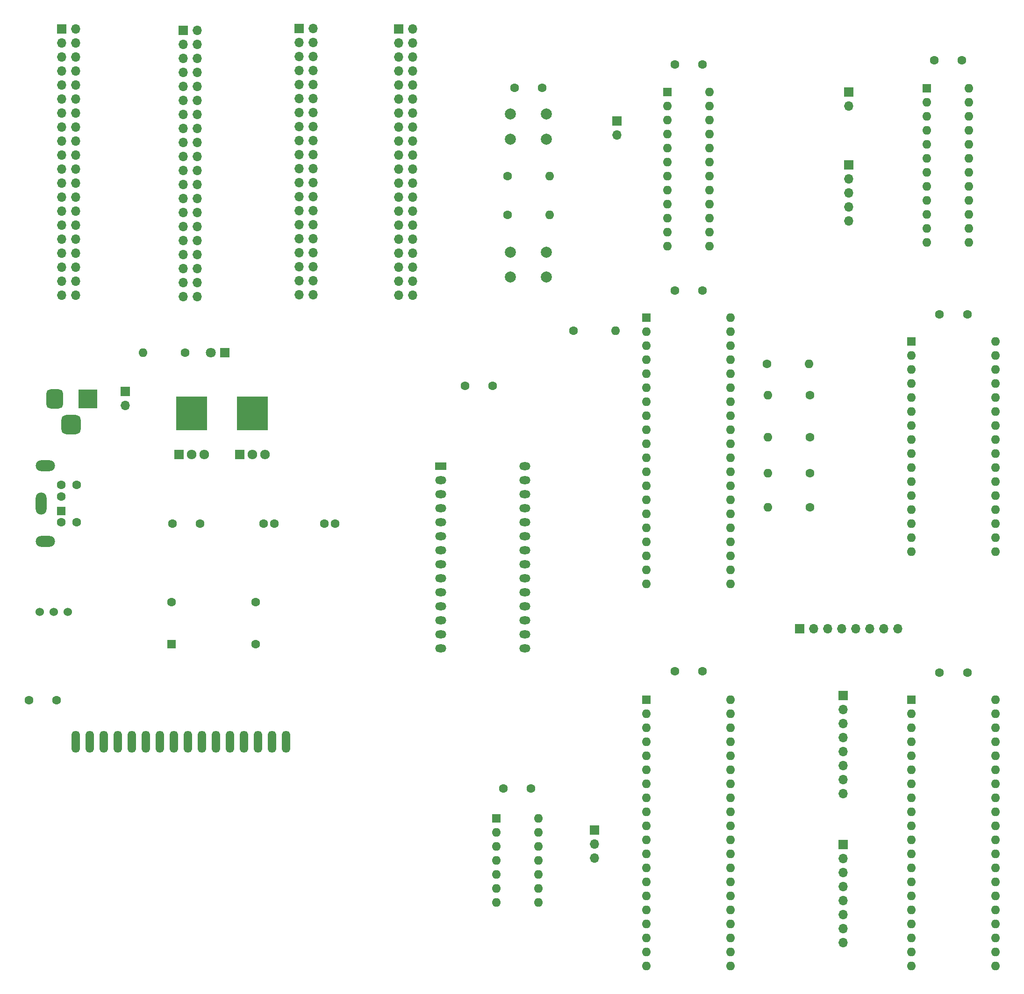
<source format=gbr>
%TF.GenerationSoftware,KiCad,Pcbnew,(6.0.7)*%
%TF.CreationDate,2022-08-21T18:56:40-05:00*%
%TF.ProjectId,6502,36353032-2e6b-4696-9361-645f70636258,rev?*%
%TF.SameCoordinates,Original*%
%TF.FileFunction,Soldermask,Top*%
%TF.FilePolarity,Negative*%
%FSLAX46Y46*%
G04 Gerber Fmt 4.6, Leading zero omitted, Abs format (unit mm)*
G04 Created by KiCad (PCBNEW (6.0.7)) date 2022-08-21 18:56:40*
%MOMM*%
%LPD*%
G01*
G04 APERTURE LIST*
G04 Aperture macros list*
%AMRoundRect*
0 Rectangle with rounded corners*
0 $1 Rounding radius*
0 $2 $3 $4 $5 $6 $7 $8 $9 X,Y pos of 4 corners*
0 Add a 4 corners polygon primitive as box body*
4,1,4,$2,$3,$4,$5,$6,$7,$8,$9,$2,$3,0*
0 Add four circle primitives for the rounded corners*
1,1,$1+$1,$2,$3*
1,1,$1+$1,$4,$5*
1,1,$1+$1,$6,$7*
1,1,$1+$1,$8,$9*
0 Add four rect primitives between the rounded corners*
20,1,$1+$1,$2,$3,$4,$5,0*
20,1,$1+$1,$4,$5,$6,$7,0*
20,1,$1+$1,$6,$7,$8,$9,0*
20,1,$1+$1,$8,$9,$2,$3,0*%
G04 Aperture macros list end*
%ADD10R,1.700000X1.700000*%
%ADD11O,1.700000X1.700000*%
%ADD12C,1.600000*%
%ADD13R,1.600000X1.600000*%
%ADD14O,1.600000X1.600000*%
%ADD15O,1.501140X4.000500*%
%ADD16O,2.000000X4.000000*%
%ADD17O,3.500000X2.000000*%
%ADD18R,1.717500X1.800000*%
%ADD19O,1.717500X1.800000*%
%ADD20R,5.700000X6.200000*%
%ADD21C,1.524000*%
%ADD22R,3.500000X3.500000*%
%ADD23RoundRect,0.750000X-0.750000X-1.000000X0.750000X-1.000000X0.750000X1.000000X-0.750000X1.000000X0*%
%ADD24RoundRect,0.875000X-0.875000X-0.875000X0.875000X-0.875000X0.875000X0.875000X-0.875000X0.875000X0*%
%ADD25R,2.000000X1.440000*%
%ADD26O,2.000000X1.440000*%
%ADD27C,2.000000*%
%ADD28R,1.800000X1.800000*%
%ADD29C,1.800000*%
G04 APERTURE END LIST*
D10*
%TO.C,J3*%
X235000000Y-225475000D03*
D11*
X235000000Y-228015000D03*
X235000000Y-230555000D03*
%TD*%
D12*
%TO.C,C6*%
X158500000Y-170000000D03*
X163500000Y-170000000D03*
%TD*%
D13*
%TO.C,U5*%
X244375000Y-132625000D03*
D14*
X244375000Y-135165000D03*
X244375000Y-137705000D03*
X244375000Y-140245000D03*
X244375000Y-142785000D03*
X244375000Y-145325000D03*
X244375000Y-147865000D03*
X244375000Y-150405000D03*
X244375000Y-152945000D03*
X244375000Y-155485000D03*
X244375000Y-158025000D03*
X244375000Y-160565000D03*
X244375000Y-163105000D03*
X244375000Y-165645000D03*
X244375000Y-168185000D03*
X244375000Y-170725000D03*
X244375000Y-173265000D03*
X244375000Y-175805000D03*
X244375000Y-178345000D03*
X244375000Y-180885000D03*
X259615000Y-180885000D03*
X259615000Y-178345000D03*
X259615000Y-175805000D03*
X259615000Y-173265000D03*
X259615000Y-170725000D03*
X259615000Y-168185000D03*
X259615000Y-165645000D03*
X259615000Y-163105000D03*
X259615000Y-160565000D03*
X259615000Y-158025000D03*
X259615000Y-155485000D03*
X259615000Y-152945000D03*
X259615000Y-150405000D03*
X259615000Y-147865000D03*
X259615000Y-145325000D03*
X259615000Y-142785000D03*
X259615000Y-140245000D03*
X259615000Y-137705000D03*
X259615000Y-135165000D03*
X259615000Y-132625000D03*
%TD*%
D12*
%TO.C,C5*%
X249500000Y-86750000D03*
X254500000Y-86750000D03*
%TD*%
D13*
%TO.C,U2*%
X248200000Y-91775000D03*
D14*
X248200000Y-94315000D03*
X248200000Y-96855000D03*
X248200000Y-99395000D03*
X248200000Y-101935000D03*
X248200000Y-104475000D03*
X248200000Y-107015000D03*
X248200000Y-109555000D03*
X248200000Y-112095000D03*
X248200000Y-114635000D03*
X248200000Y-117175000D03*
X248200000Y-119715000D03*
X255820000Y-119715000D03*
X255820000Y-117175000D03*
X255820000Y-114635000D03*
X255820000Y-112095000D03*
X255820000Y-109555000D03*
X255820000Y-107015000D03*
X255820000Y-104475000D03*
X255820000Y-101935000D03*
X255820000Y-99395000D03*
X255820000Y-96855000D03*
X255820000Y-94315000D03*
X255820000Y-91775000D03*
%TD*%
D15*
%TO.C,U9*%
X141000840Y-209499420D03*
X143540840Y-209499420D03*
X146080840Y-209499420D03*
X148620840Y-209499420D03*
X151160840Y-209499420D03*
X153700840Y-209499420D03*
X156240840Y-209499420D03*
X158780840Y-209499420D03*
X161320840Y-209499420D03*
X163860840Y-209499420D03*
X166400840Y-209499420D03*
X168940840Y-209499420D03*
X171480840Y-209499420D03*
X174020840Y-209499420D03*
X176560840Y-209499420D03*
X179100840Y-209499420D03*
%TD*%
D12*
%TO.C,R7*%
X274000000Y-146680000D03*
D14*
X266380000Y-146680000D03*
%TD*%
D12*
%TO.C,R8*%
X266190000Y-141000000D03*
D14*
X273810000Y-141000000D03*
%TD*%
D12*
%TO.C,R2*%
X231190000Y-135000000D03*
D14*
X238810000Y-135000000D03*
%TD*%
D16*
%TO.C,J11*%
X134710000Y-166340000D03*
D12*
X141160000Y-162940000D03*
X141160000Y-169740000D03*
X138360000Y-162940000D03*
X138360000Y-169740000D03*
X138360000Y-165040000D03*
D13*
X138360000Y-167640000D03*
D17*
X135510000Y-173190000D03*
X135510000Y-159490000D03*
%TD*%
D12*
%TO.C,C10*%
X249500000Y-196750000D03*
X254500000Y-196750000D03*
%TD*%
D18*
%TO.C,U10*%
X170710000Y-157433300D03*
D19*
X173000000Y-157433300D03*
X175290000Y-157433300D03*
D20*
X173000000Y-149999967D03*
%TD*%
D13*
%TO.C,X1*%
X158380000Y-191810000D03*
D12*
X173620000Y-191810000D03*
X173620000Y-184190000D03*
X158380000Y-184190000D03*
%TD*%
D10*
%TO.C,J12*%
X138460000Y-80280000D03*
D11*
X141000000Y-80280000D03*
X138460000Y-82820000D03*
X141000000Y-82820000D03*
X138460000Y-85360000D03*
X141000000Y-85360000D03*
X138460000Y-87900000D03*
X141000000Y-87900000D03*
X138460000Y-90440000D03*
X141000000Y-90440000D03*
X138460000Y-92980000D03*
X141000000Y-92980000D03*
X138460000Y-95520000D03*
X141000000Y-95520000D03*
X138460000Y-98060000D03*
X141000000Y-98060000D03*
X138460000Y-100600000D03*
X141000000Y-100600000D03*
X138460000Y-103140000D03*
X141000000Y-103140000D03*
X138460000Y-105680000D03*
X141000000Y-105680000D03*
X138460000Y-108220000D03*
X141000000Y-108220000D03*
X138460000Y-110760000D03*
X141000000Y-110760000D03*
X138460000Y-113300000D03*
X141000000Y-113300000D03*
X138460000Y-115840000D03*
X141000000Y-115840000D03*
X138460000Y-118380000D03*
X141000000Y-118380000D03*
X138460000Y-120920000D03*
X141000000Y-120920000D03*
X138460000Y-123460000D03*
X141000000Y-123460000D03*
X138460000Y-126000000D03*
X141000000Y-126000000D03*
X138460000Y-128540000D03*
X141000000Y-128540000D03*
%TD*%
D10*
%TO.C,J10*%
X199460000Y-80280000D03*
D11*
X202000000Y-80280000D03*
X199460000Y-82820000D03*
X202000000Y-82820000D03*
X199460000Y-85360000D03*
X202000000Y-85360000D03*
X199460000Y-87900000D03*
X202000000Y-87900000D03*
X199460000Y-90440000D03*
X202000000Y-90440000D03*
X199460000Y-92980000D03*
X202000000Y-92980000D03*
X199460000Y-95520000D03*
X202000000Y-95520000D03*
X199460000Y-98060000D03*
X202000000Y-98060000D03*
X199460000Y-100600000D03*
X202000000Y-100600000D03*
X199460000Y-103140000D03*
X202000000Y-103140000D03*
X199460000Y-105680000D03*
X202000000Y-105680000D03*
X199460000Y-108220000D03*
X202000000Y-108220000D03*
X199460000Y-110760000D03*
X202000000Y-110760000D03*
X199460000Y-113300000D03*
X202000000Y-113300000D03*
X199460000Y-115840000D03*
X202000000Y-115840000D03*
X199460000Y-118380000D03*
X202000000Y-118380000D03*
X199460000Y-120920000D03*
X202000000Y-120920000D03*
X199460000Y-123460000D03*
X202000000Y-123460000D03*
X199460000Y-126000000D03*
X202000000Y-126000000D03*
X199460000Y-128540000D03*
X202000000Y-128540000D03*
%TD*%
D12*
%TO.C,C8*%
X220500000Y-91000000D03*
X225500000Y-91000000D03*
%TD*%
%TO.C,R6*%
X219190000Y-114000000D03*
D14*
X226810000Y-114000000D03*
%TD*%
D10*
%TO.C,J14*%
X150000000Y-146000000D03*
D11*
X150000000Y-148540000D03*
%TD*%
D13*
%TO.C,U4*%
X295200000Y-91025000D03*
D14*
X295200000Y-93565000D03*
X295200000Y-96105000D03*
X295200000Y-98645000D03*
X295200000Y-101185000D03*
X295200000Y-103725000D03*
X295200000Y-106265000D03*
X295200000Y-108805000D03*
X295200000Y-111345000D03*
X295200000Y-113885000D03*
X295200000Y-116425000D03*
X295200000Y-118965000D03*
X302820000Y-118965000D03*
X302820000Y-116425000D03*
X302820000Y-113885000D03*
X302820000Y-111345000D03*
X302820000Y-108805000D03*
X302820000Y-106265000D03*
X302820000Y-103725000D03*
X302820000Y-101185000D03*
X302820000Y-98645000D03*
X302820000Y-96105000D03*
X302820000Y-93565000D03*
X302820000Y-91025000D03*
%TD*%
D12*
%TO.C,C9*%
X296500000Y-86000000D03*
X301500000Y-86000000D03*
%TD*%
D10*
%TO.C,J8*%
X281000000Y-91775000D03*
D11*
X281000000Y-94315000D03*
%TD*%
D13*
%TO.C,U1*%
X217200000Y-223375000D03*
D14*
X217200000Y-225915000D03*
X217200000Y-228455000D03*
X217200000Y-230995000D03*
X217200000Y-233535000D03*
X217200000Y-236075000D03*
X217200000Y-238615000D03*
X224820000Y-238615000D03*
X224820000Y-236075000D03*
X224820000Y-233535000D03*
X224820000Y-230995000D03*
X224820000Y-228455000D03*
X224820000Y-225915000D03*
X224820000Y-223375000D03*
%TD*%
D12*
%TO.C,C7*%
X211500000Y-145000000D03*
X216500000Y-145000000D03*
%TD*%
%TO.C,C13*%
X186000000Y-170000000D03*
X188000000Y-170000000D03*
%TD*%
D21*
%TO.C,RV1*%
X134460000Y-186000000D03*
X137000000Y-186000000D03*
X139540000Y-186000000D03*
%TD*%
D12*
%TO.C,R9*%
X160810000Y-139000000D03*
D14*
X153190000Y-139000000D03*
%TD*%
D10*
%TO.C,J9*%
X239000000Y-97000000D03*
D11*
X239000000Y-99540000D03*
%TD*%
D12*
%TO.C,C4*%
X297500000Y-132000000D03*
X302500000Y-132000000D03*
%TD*%
D10*
%TO.C,J2*%
X280000000Y-201125000D03*
D11*
X280000000Y-203665000D03*
X280000000Y-206205000D03*
X280000000Y-208745000D03*
X280000000Y-211285000D03*
X280000000Y-213825000D03*
X280000000Y-216365000D03*
X280000000Y-218905000D03*
%TD*%
D10*
%TO.C,J5*%
X272125000Y-189000000D03*
D11*
X274665000Y-189000000D03*
X277205000Y-189000000D03*
X279745000Y-189000000D03*
X282285000Y-189000000D03*
X284825000Y-189000000D03*
X287365000Y-189000000D03*
X289905000Y-189000000D03*
%TD*%
D12*
%TO.C,C12*%
X175000000Y-170000000D03*
X177000000Y-170000000D03*
%TD*%
D13*
%TO.C,U7*%
X292375000Y-201875000D03*
D14*
X292375000Y-204415000D03*
X292375000Y-206955000D03*
X292375000Y-209495000D03*
X292375000Y-212035000D03*
X292375000Y-214575000D03*
X292375000Y-217115000D03*
X292375000Y-219655000D03*
X292375000Y-222195000D03*
X292375000Y-224735000D03*
X292375000Y-227275000D03*
X292375000Y-229815000D03*
X292375000Y-232355000D03*
X292375000Y-234895000D03*
X292375000Y-237435000D03*
X292375000Y-239975000D03*
X292375000Y-242515000D03*
X292375000Y-245055000D03*
X292375000Y-247595000D03*
X292375000Y-250135000D03*
X307615000Y-250135000D03*
X307615000Y-247595000D03*
X307615000Y-245055000D03*
X307615000Y-242515000D03*
X307615000Y-239975000D03*
X307615000Y-237435000D03*
X307615000Y-234895000D03*
X307615000Y-232355000D03*
X307615000Y-229815000D03*
X307615000Y-227275000D03*
X307615000Y-224735000D03*
X307615000Y-222195000D03*
X307615000Y-219655000D03*
X307615000Y-217115000D03*
X307615000Y-214575000D03*
X307615000Y-212035000D03*
X307615000Y-209495000D03*
X307615000Y-206955000D03*
X307615000Y-204415000D03*
X307615000Y-201875000D03*
%TD*%
D12*
%TO.C,C2*%
X297500000Y-197000000D03*
X302500000Y-197000000D03*
%TD*%
D10*
%TO.C,J4*%
X160460000Y-80560000D03*
D11*
X163000000Y-80560000D03*
X160460000Y-83100000D03*
X163000000Y-83100000D03*
X160460000Y-85640000D03*
X163000000Y-85640000D03*
X160460000Y-88180000D03*
X163000000Y-88180000D03*
X160460000Y-90720000D03*
X163000000Y-90720000D03*
X160460000Y-93260000D03*
X163000000Y-93260000D03*
X160460000Y-95800000D03*
X163000000Y-95800000D03*
X160460000Y-98340000D03*
X163000000Y-98340000D03*
X160460000Y-100880000D03*
X163000000Y-100880000D03*
X160460000Y-103420000D03*
X163000000Y-103420000D03*
X160460000Y-105960000D03*
X163000000Y-105960000D03*
X160460000Y-108500000D03*
X163000000Y-108500000D03*
X160460000Y-111040000D03*
X163000000Y-111040000D03*
X160460000Y-113580000D03*
X163000000Y-113580000D03*
X160460000Y-116120000D03*
X163000000Y-116120000D03*
X160460000Y-118660000D03*
X163000000Y-118660000D03*
X160460000Y-121200000D03*
X163000000Y-121200000D03*
X160460000Y-123740000D03*
X163000000Y-123740000D03*
X160460000Y-126280000D03*
X163000000Y-126280000D03*
X160460000Y-128820000D03*
X163000000Y-128820000D03*
%TD*%
D12*
%TO.C,R4*%
X274000000Y-154300000D03*
D14*
X266380000Y-154300000D03*
%TD*%
D22*
%TO.C,J13*%
X143160000Y-147320000D03*
D23*
X137160000Y-147320000D03*
D24*
X140160000Y-152020000D03*
%TD*%
D25*
%TO.C,U3*%
X207107500Y-159510000D03*
D26*
X207107500Y-162050000D03*
X207107500Y-164590000D03*
X207107500Y-167130000D03*
X207107500Y-169670000D03*
X207107500Y-172210000D03*
X207107500Y-174750000D03*
X207107500Y-177290000D03*
X207107500Y-179830000D03*
X207107500Y-182370000D03*
X207107500Y-184910000D03*
X207107500Y-187450000D03*
X207107500Y-189990000D03*
X207107500Y-192530000D03*
X222347500Y-192530000D03*
X222347500Y-189990000D03*
X222347500Y-187450000D03*
X222347500Y-184910000D03*
X222347500Y-182370000D03*
X222347500Y-179830000D03*
X222347500Y-177290000D03*
X222347500Y-174750000D03*
X222347500Y-172210000D03*
X222347500Y-169670000D03*
X222347500Y-167130000D03*
X222347500Y-164590000D03*
X222347500Y-162050000D03*
X222347500Y-159510000D03*
%TD*%
D27*
%TO.C,SW1*%
X226250000Y-95750000D03*
X219750000Y-95750000D03*
X219750000Y-100250000D03*
X226250000Y-100250000D03*
%TD*%
D12*
%TO.C,C1*%
X218500000Y-218000000D03*
X223500000Y-218000000D03*
%TD*%
D18*
%TO.C,Q1*%
X159710000Y-157433300D03*
D19*
X162000000Y-157433300D03*
X164290000Y-157433300D03*
D20*
X162000000Y-149999967D03*
%TD*%
D10*
%TO.C,J6*%
X281000000Y-104925000D03*
D11*
X281000000Y-107465000D03*
X281000000Y-110005000D03*
X281000000Y-112545000D03*
X281000000Y-115085000D03*
%TD*%
D12*
%TO.C,C3*%
X249500000Y-127750000D03*
X254500000Y-127750000D03*
%TD*%
D10*
%TO.C,J7*%
X181460000Y-80205000D03*
D11*
X184000000Y-80205000D03*
X181460000Y-82745000D03*
X184000000Y-82745000D03*
X181460000Y-85285000D03*
X184000000Y-85285000D03*
X181460000Y-87825000D03*
X184000000Y-87825000D03*
X181460000Y-90365000D03*
X184000000Y-90365000D03*
X181460000Y-92905000D03*
X184000000Y-92905000D03*
X181460000Y-95445000D03*
X184000000Y-95445000D03*
X181460000Y-97985000D03*
X184000000Y-97985000D03*
X181460000Y-100525000D03*
X184000000Y-100525000D03*
X181460000Y-103065000D03*
X184000000Y-103065000D03*
X181460000Y-105605000D03*
X184000000Y-105605000D03*
X181460000Y-108145000D03*
X184000000Y-108145000D03*
X181460000Y-110685000D03*
X184000000Y-110685000D03*
X181460000Y-113225000D03*
X184000000Y-113225000D03*
X181460000Y-115765000D03*
X184000000Y-115765000D03*
X181460000Y-118305000D03*
X184000000Y-118305000D03*
X181460000Y-120845000D03*
X184000000Y-120845000D03*
X181460000Y-123385000D03*
X184000000Y-123385000D03*
X181460000Y-125925000D03*
X184000000Y-125925000D03*
X181460000Y-128465000D03*
X184000000Y-128465000D03*
%TD*%
D13*
%TO.C,U6*%
X292375000Y-136950000D03*
D14*
X292375000Y-139490000D03*
X292375000Y-142030000D03*
X292375000Y-144570000D03*
X292375000Y-147110000D03*
X292375000Y-149650000D03*
X292375000Y-152190000D03*
X292375000Y-154730000D03*
X292375000Y-157270000D03*
X292375000Y-159810000D03*
X292375000Y-162350000D03*
X292375000Y-164890000D03*
X292375000Y-167430000D03*
X292375000Y-169970000D03*
X292375000Y-172510000D03*
X292375000Y-175050000D03*
X307615000Y-175050000D03*
X307615000Y-172510000D03*
X307615000Y-169970000D03*
X307615000Y-167430000D03*
X307615000Y-164890000D03*
X307615000Y-162350000D03*
X307615000Y-159810000D03*
X307615000Y-157270000D03*
X307615000Y-154730000D03*
X307615000Y-152190000D03*
X307615000Y-149650000D03*
X307615000Y-147110000D03*
X307615000Y-144570000D03*
X307615000Y-142030000D03*
X307615000Y-139490000D03*
X307615000Y-136950000D03*
%TD*%
D28*
%TO.C,D1*%
X168000000Y-139000000D03*
D29*
X165460000Y-139000000D03*
%TD*%
D12*
%TO.C,R3*%
X274000000Y-160840000D03*
D14*
X266380000Y-160840000D03*
%TD*%
D10*
%TO.C,J1*%
X280000000Y-228125000D03*
D11*
X280000000Y-230665000D03*
X280000000Y-233205000D03*
X280000000Y-235745000D03*
X280000000Y-238285000D03*
X280000000Y-240825000D03*
X280000000Y-243365000D03*
X280000000Y-245905000D03*
%TD*%
D13*
%TO.C,U8*%
X244375000Y-201875000D03*
D14*
X244375000Y-204415000D03*
X244375000Y-206955000D03*
X244375000Y-209495000D03*
X244375000Y-212035000D03*
X244375000Y-214575000D03*
X244375000Y-217115000D03*
X244375000Y-219655000D03*
X244375000Y-222195000D03*
X244375000Y-224735000D03*
X244375000Y-227275000D03*
X244375000Y-229815000D03*
X244375000Y-232355000D03*
X244375000Y-234895000D03*
X244375000Y-237435000D03*
X244375000Y-239975000D03*
X244375000Y-242515000D03*
X244375000Y-245055000D03*
X244375000Y-247595000D03*
X244375000Y-250135000D03*
X259615000Y-250135000D03*
X259615000Y-247595000D03*
X259615000Y-245055000D03*
X259615000Y-242515000D03*
X259615000Y-239975000D03*
X259615000Y-237435000D03*
X259615000Y-234895000D03*
X259615000Y-232355000D03*
X259615000Y-229815000D03*
X259615000Y-227275000D03*
X259615000Y-224735000D03*
X259615000Y-222195000D03*
X259615000Y-219655000D03*
X259615000Y-217115000D03*
X259615000Y-214575000D03*
X259615000Y-212035000D03*
X259615000Y-209495000D03*
X259615000Y-206955000D03*
X259615000Y-204415000D03*
X259615000Y-201875000D03*
%TD*%
D12*
%TO.C,R5*%
X274000000Y-167000000D03*
D14*
X266380000Y-167000000D03*
%TD*%
D12*
%TO.C,R1*%
X219190000Y-107000000D03*
D14*
X226810000Y-107000000D03*
%TD*%
D27*
%TO.C,SW2*%
X226250000Y-120750000D03*
X219750000Y-120750000D03*
X219750000Y-125250000D03*
X226250000Y-125250000D03*
%TD*%
D12*
%TO.C,C11*%
X132500000Y-202000000D03*
X137500000Y-202000000D03*
%TD*%
M02*

</source>
